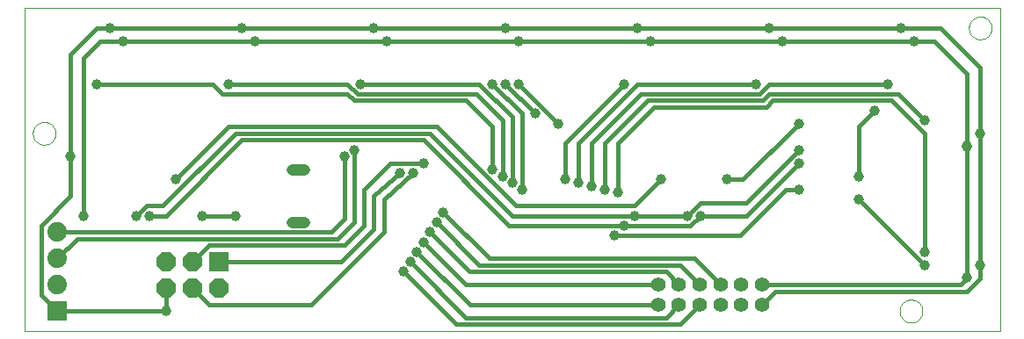
<source format=gbl>
G75*
%MOIN*%
%OFA0B0*%
%FSLAX24Y24*%
%IPPOS*%
%LPD*%
%AMOC8*
5,1,8,0,0,1.08239X$1,22.5*
%
%ADD10C,0.0000*%
%ADD11C,0.0440*%
%ADD12R,0.0740X0.0740*%
%ADD13C,0.0740*%
%ADD14OC8,0.0740*%
%ADD15C,0.0554*%
%ADD16C,0.0160*%
%ADD17C,0.0396*%
D10*
X000224Y000425D02*
X000224Y012675D01*
X037224Y012675D01*
X037224Y000425D01*
X000224Y000425D01*
X000541Y007925D02*
X000543Y007966D01*
X000549Y008007D01*
X000559Y008047D01*
X000572Y008086D01*
X000589Y008123D01*
X000610Y008159D01*
X000634Y008193D01*
X000661Y008224D01*
X000690Y008252D01*
X000723Y008278D01*
X000757Y008300D01*
X000794Y008319D01*
X000832Y008334D01*
X000872Y008346D01*
X000912Y008354D01*
X000953Y008358D01*
X000995Y008358D01*
X001036Y008354D01*
X001076Y008346D01*
X001116Y008334D01*
X001154Y008319D01*
X001190Y008300D01*
X001225Y008278D01*
X001258Y008252D01*
X001287Y008224D01*
X001314Y008193D01*
X001338Y008159D01*
X001359Y008123D01*
X001376Y008086D01*
X001389Y008047D01*
X001399Y008007D01*
X001405Y007966D01*
X001407Y007925D01*
X001405Y007884D01*
X001399Y007843D01*
X001389Y007803D01*
X001376Y007764D01*
X001359Y007727D01*
X001338Y007691D01*
X001314Y007657D01*
X001287Y007626D01*
X001258Y007598D01*
X001225Y007572D01*
X001191Y007550D01*
X001154Y007531D01*
X001116Y007516D01*
X001076Y007504D01*
X001036Y007496D01*
X000995Y007492D01*
X000953Y007492D01*
X000912Y007496D01*
X000872Y007504D01*
X000832Y007516D01*
X000794Y007531D01*
X000758Y007550D01*
X000723Y007572D01*
X000690Y007598D01*
X000661Y007626D01*
X000634Y007657D01*
X000610Y007691D01*
X000589Y007727D01*
X000572Y007764D01*
X000559Y007803D01*
X000549Y007843D01*
X000543Y007884D01*
X000541Y007925D01*
X033416Y001175D02*
X033418Y001216D01*
X033424Y001257D01*
X033434Y001297D01*
X033447Y001336D01*
X033464Y001373D01*
X033485Y001409D01*
X033509Y001443D01*
X033536Y001474D01*
X033565Y001502D01*
X033598Y001528D01*
X033632Y001550D01*
X033669Y001569D01*
X033707Y001584D01*
X033747Y001596D01*
X033787Y001604D01*
X033828Y001608D01*
X033870Y001608D01*
X033911Y001604D01*
X033951Y001596D01*
X033991Y001584D01*
X034029Y001569D01*
X034065Y001550D01*
X034100Y001528D01*
X034133Y001502D01*
X034162Y001474D01*
X034189Y001443D01*
X034213Y001409D01*
X034234Y001373D01*
X034251Y001336D01*
X034264Y001297D01*
X034274Y001257D01*
X034280Y001216D01*
X034282Y001175D01*
X034280Y001134D01*
X034274Y001093D01*
X034264Y001053D01*
X034251Y001014D01*
X034234Y000977D01*
X034213Y000941D01*
X034189Y000907D01*
X034162Y000876D01*
X034133Y000848D01*
X034100Y000822D01*
X034066Y000800D01*
X034029Y000781D01*
X033991Y000766D01*
X033951Y000754D01*
X033911Y000746D01*
X033870Y000742D01*
X033828Y000742D01*
X033787Y000746D01*
X033747Y000754D01*
X033707Y000766D01*
X033669Y000781D01*
X033633Y000800D01*
X033598Y000822D01*
X033565Y000848D01*
X033536Y000876D01*
X033509Y000907D01*
X033485Y000941D01*
X033464Y000977D01*
X033447Y001014D01*
X033434Y001053D01*
X033424Y001093D01*
X033418Y001134D01*
X033416Y001175D01*
X036041Y011925D02*
X036043Y011966D01*
X036049Y012007D01*
X036059Y012047D01*
X036072Y012086D01*
X036089Y012123D01*
X036110Y012159D01*
X036134Y012193D01*
X036161Y012224D01*
X036190Y012252D01*
X036223Y012278D01*
X036257Y012300D01*
X036294Y012319D01*
X036332Y012334D01*
X036372Y012346D01*
X036412Y012354D01*
X036453Y012358D01*
X036495Y012358D01*
X036536Y012354D01*
X036576Y012346D01*
X036616Y012334D01*
X036654Y012319D01*
X036690Y012300D01*
X036725Y012278D01*
X036758Y012252D01*
X036787Y012224D01*
X036814Y012193D01*
X036838Y012159D01*
X036859Y012123D01*
X036876Y012086D01*
X036889Y012047D01*
X036899Y012007D01*
X036905Y011966D01*
X036907Y011925D01*
X036905Y011884D01*
X036899Y011843D01*
X036889Y011803D01*
X036876Y011764D01*
X036859Y011727D01*
X036838Y011691D01*
X036814Y011657D01*
X036787Y011626D01*
X036758Y011598D01*
X036725Y011572D01*
X036691Y011550D01*
X036654Y011531D01*
X036616Y011516D01*
X036576Y011504D01*
X036536Y011496D01*
X036495Y011492D01*
X036453Y011492D01*
X036412Y011496D01*
X036372Y011504D01*
X036332Y011516D01*
X036294Y011531D01*
X036258Y011550D01*
X036223Y011572D01*
X036190Y011598D01*
X036161Y011626D01*
X036134Y011657D01*
X036110Y011691D01*
X036089Y011727D01*
X036072Y011764D01*
X036059Y011803D01*
X036049Y011843D01*
X036043Y011884D01*
X036041Y011925D01*
D11*
X010819Y006550D02*
X010379Y006550D01*
X010379Y004550D02*
X010819Y004550D01*
D12*
X007599Y003050D03*
X001474Y001175D03*
D13*
X001474Y002175D03*
X001474Y003175D03*
X001474Y004175D03*
D14*
X005599Y003050D03*
X006599Y003050D03*
X006599Y002050D03*
X005599Y002050D03*
X007599Y002050D03*
D15*
X024256Y002194D03*
X025043Y002194D03*
X025830Y002194D03*
X026618Y002194D03*
X027405Y002194D03*
X028193Y002194D03*
X028193Y001406D03*
X027405Y001406D03*
X026618Y001406D03*
X025830Y001406D03*
X025043Y001406D03*
X024256Y001406D03*
D16*
X017118Y001406D01*
X015099Y003425D01*
X014849Y003050D02*
X016974Y000925D01*
X024562Y000925D01*
X025043Y001406D01*
X025099Y000675D02*
X025830Y001406D01*
X025830Y002194D02*
X025099Y002925D01*
X017474Y002925D01*
X015849Y004550D01*
X015599Y004175D02*
X017099Y002675D01*
X024562Y002675D01*
X025043Y002194D01*
X024256Y002194D02*
X016955Y002194D01*
X015349Y003800D01*
X013849Y004175D02*
X011099Y001425D01*
X007224Y001425D01*
X006599Y002050D01*
X005599Y002050D02*
X005599Y001175D01*
X001474Y001175D01*
X000849Y001800D01*
X000849Y004425D01*
X001974Y005550D01*
X001974Y007050D01*
X001974Y010925D01*
X002974Y011925D01*
X003474Y011925D01*
X008466Y011925D01*
X013466Y011925D01*
X018466Y011925D01*
X023466Y011925D01*
X023474Y011925D02*
X028474Y011925D01*
X033466Y011925D01*
X034974Y011925D01*
X036474Y010425D01*
X036474Y007925D01*
X036474Y002933D01*
X036474Y002425D01*
X035974Y001925D01*
X028711Y001925D01*
X028193Y001406D01*
X028193Y002194D02*
X035727Y002194D01*
X035974Y002441D01*
X035974Y007425D01*
X035974Y010175D01*
X034724Y011425D01*
X033958Y011425D01*
X028974Y011425D01*
X023958Y011425D01*
X018974Y011425D01*
X013958Y011425D01*
X008958Y011425D01*
X003974Y011425D01*
X003099Y011425D01*
X002474Y010800D01*
X002474Y004800D01*
X001474Y004175D02*
X011849Y004175D01*
X012349Y004675D01*
X012349Y007050D01*
X012724Y007300D02*
X012724Y004550D01*
X012099Y003925D01*
X002224Y003925D01*
X001474Y003175D01*
X004474Y004800D02*
X004849Y005175D01*
X005474Y005175D01*
X008224Y007925D01*
X015599Y007925D01*
X018724Y004800D01*
X023349Y004800D01*
X025349Y004800D01*
X025849Y005300D01*
X027599Y005300D01*
X029599Y007300D01*
X029599Y006800D02*
X027599Y004800D01*
X025849Y004800D01*
X025474Y004425D01*
X022974Y004425D01*
X018599Y004425D01*
X015349Y007675D01*
X008474Y007675D01*
X005599Y004800D01*
X004974Y004800D01*
X006974Y004800D02*
X008224Y004800D01*
X007224Y003675D02*
X006599Y003050D01*
X007599Y003050D02*
X012224Y003050D01*
X013474Y004300D01*
X013474Y005550D01*
X014474Y006425D01*
X014974Y006425D02*
X013849Y005425D01*
X013849Y004175D01*
X013099Y004425D02*
X012349Y003675D01*
X007224Y003675D01*
X013099Y004425D02*
X013099Y005800D01*
X014099Y006800D01*
X015349Y006800D01*
X017974Y006550D02*
X017974Y008175D01*
X016974Y009175D01*
X012724Y009175D01*
X012474Y009425D01*
X007724Y009425D01*
X007349Y009800D01*
X002974Y009800D01*
X005974Y006175D02*
X007974Y008175D01*
X015849Y008175D01*
X018849Y005175D01*
X023349Y005175D01*
X024349Y006175D01*
X022724Y005675D02*
X022724Y007550D01*
X024099Y008925D01*
X028349Y008925D01*
X028599Y009175D01*
X033099Y009175D01*
X034349Y007925D01*
X034349Y003425D01*
X034349Y002925D02*
X031849Y005425D01*
X029599Y005800D02*
X029099Y005800D01*
X027349Y004050D01*
X022599Y004050D01*
X025636Y003175D02*
X026618Y002194D01*
X025636Y003175D02*
X017849Y003175D01*
X016099Y004925D01*
X019099Y005800D02*
X019099Y008675D01*
X017974Y009800D01*
X018474Y009800D02*
X019599Y008675D01*
X018724Y008550D02*
X017474Y009800D01*
X012974Y009800D01*
X012849Y009425D02*
X012474Y009800D01*
X007974Y009800D01*
X012849Y009425D02*
X017349Y009425D01*
X018349Y008425D01*
X018349Y006300D01*
X018724Y006050D02*
X018724Y008550D01*
X018974Y009800D02*
X020474Y008300D01*
X020724Y007550D02*
X022974Y009800D01*
X023474Y009800D02*
X027974Y009800D01*
X028099Y009425D02*
X028474Y009800D01*
X032974Y009800D01*
X033349Y009425D02*
X034349Y008425D01*
X032474Y008800D02*
X031849Y008175D01*
X031849Y006300D01*
X035974Y007425D02*
X035974Y007441D01*
X036474Y007925D02*
X036474Y007933D01*
X033349Y009425D02*
X028474Y009425D01*
X028224Y009175D01*
X023849Y009175D01*
X022224Y007550D01*
X022224Y005800D01*
X021724Y005925D02*
X021724Y007550D01*
X023599Y009425D01*
X028099Y009425D01*
X029599Y008300D02*
X027474Y006175D01*
X026849Y006175D01*
X023474Y009800D02*
X021224Y007550D01*
X021224Y006050D01*
X020724Y006175D02*
X020724Y007550D01*
X014599Y002675D02*
X016599Y000675D01*
X025099Y000675D01*
D17*
X034349Y002925D03*
X034349Y003425D03*
X036474Y002933D03*
X035974Y002441D03*
X031849Y005425D03*
X029599Y005800D03*
X031849Y006300D03*
X029599Y006800D03*
X029599Y007300D03*
X029599Y008300D03*
X032474Y008800D03*
X034349Y008425D03*
X036474Y007933D03*
X036474Y007925D03*
X035974Y007441D03*
X035974Y007425D03*
X032974Y009800D03*
X033958Y011425D03*
X033466Y011925D03*
X028974Y011425D03*
X028474Y011925D03*
X023958Y011425D03*
X023474Y011925D03*
X023466Y011925D03*
X018974Y011425D03*
X018466Y011925D03*
X013958Y011425D03*
X013466Y011925D03*
X008958Y011425D03*
X008466Y011925D03*
X003974Y011425D03*
X003474Y011925D03*
X002974Y009800D03*
X007974Y009800D03*
X012974Y009800D03*
X017974Y009800D03*
X018474Y009800D03*
X018974Y009800D03*
X019599Y008675D03*
X020474Y008300D03*
X022974Y009800D03*
X027974Y009800D03*
X017974Y006550D03*
X018349Y006300D03*
X018724Y006050D03*
X019099Y005800D03*
X020724Y006175D03*
X021224Y006050D03*
X021724Y005925D03*
X022224Y005800D03*
X022724Y005675D03*
X024349Y006175D03*
X026849Y006175D03*
X025849Y004800D03*
X025349Y004800D03*
X023349Y004800D03*
X022974Y004425D03*
X022599Y004050D03*
X016099Y004925D03*
X015849Y004550D03*
X015599Y004175D03*
X015349Y003800D03*
X015099Y003425D03*
X014849Y003050D03*
X014599Y002675D03*
X008224Y004800D03*
X006974Y004800D03*
X004974Y004800D03*
X004474Y004800D03*
X002474Y004800D03*
X005974Y006175D03*
X001974Y007050D03*
X012349Y007050D03*
X012724Y007300D03*
X014474Y006425D03*
X014974Y006425D03*
X015349Y006800D03*
X005599Y001175D03*
M02*

</source>
